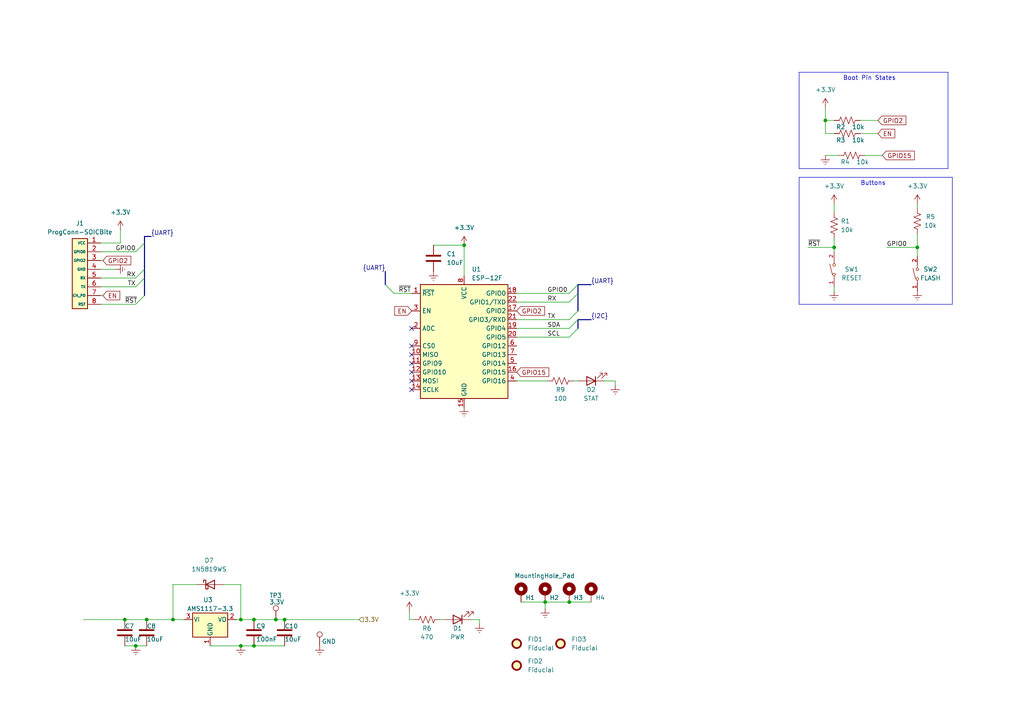
<source format=kicad_sch>
(kicad_sch (version 20230121) (generator eeschema)
  (paper "A4")
  (lib_symbols
    (symbol "C5117870_lib:GT-TC060A-H025-L1" (pin_names hide)
      (property "Reference" "U" (at 0 1.27 0))
      (property "Value" "GT-TC060A-H025-L1" (at 0 -2.54 0))
      (symbol "GT-TC060A-H025-L1_0_1"
        (circle (center -1.524 0) (radius 0.381) (fill (type background)))
        (polyline (pts (xy -2.032 0) (xy -2.54 0)))
        (polyline (pts (xy -1.524 0.508) (xy 1.524 1.27)))
        (polyline (pts (xy 1.778 0) (xy 2.54 0)))
        (circle (center 1.27 0) (radius 0.381) (fill (type background)))
        (pin unspecified line (at -5.08 0 0) (length 2.54) (name "1") (number "1"))
        (pin unspecified line (at 5.08 0 180) (length 2.54) (name "2") (number "2"))
      )
    )
    (symbol "Connector:TestPoint" (pin_numbers hide) (pin_names (offset 0.762) hide)
      (property "Reference" "TP" (at 0 6.858 0))
      (property "Value" "TestPoint" (at 0 5.08 0))
      (symbol "TestPoint_0_1"
        (circle (center 0 3.302) (radius 0.762))
      )
      (symbol "TestPoint_1_1"
        (pin passive line (at 0 0 90) (length 2.54) (name "1") (number "1"))
      )
    )
    (symbol "Device:C" (pin_numbers hide) (pin_names (offset 0.254))
      (property "Reference" "C" (at 0.635 2.54 0))
      (property "Value" "C" (at 0.635 -2.54 0))
      (symbol "C_0_1"
        (polyline (pts (xy -2.032 -0.762) (xy 2.032 -0.762)) (stroke (width 0.508)))
        (polyline (pts (xy -2.032 0.762) (xy 2.032 0.762)) (stroke (width 0.508)))
      )
      (symbol "C_1_1"
        (pin passive line (at 0 3.81 270) (length 2.794) (name "~") (number "1"))
        (pin passive line (at 0 -3.81 90) (length 2.794) (name "~") (number "2"))
      )
    )
    (symbol "Device:D_Schottky" (pin_numbers hide) (pin_names (offset 1.016) hide)
      (property "Reference" "D" (at 0 2.54 0))
      (property "Value" "D_Schottky" (at 0 -2.54 0))
      (symbol "D_Schottky_0_1"
        (polyline (pts (xy 1.27 0) (xy -1.27 0)))
        (polyline (pts (xy 1.27 1.27) (xy 1.27 -1.27) (xy -1.27 0) (xy 1.27 1.27)) (stroke (width 0.254)))
        (polyline (pts (xy -1.905 0.635) (xy -1.905 1.27) (xy -1.27 1.27) (xy -1.27 -1.27) (xy -0.635 -1.27) (xy -0.635 -0.635)) (stroke (width 0.254)))
      )
      (symbol "D_Schottky_1_1"
        (pin passive line (at -3.81 0 0) (length 2.54) (name "K") (number "1"))
        (pin passive line (at 3.81 0 180) (length 2.54) (name "A") (number "2"))
      )
    )
    (symbol "Device:LED" (pin_numbers hide) (pin_names (offset 1.016) hide)
      (property "Reference" "D" (at 0 2.54 0))
      (property "Value" "LED" (at 0 -2.54 0))
      (symbol "LED_0_1"
        (polyline (pts (xy -1.27 -1.27) (xy -1.27 1.27)) (stroke (width 0.254)))
        (polyline (pts (xy -1.27 0) (xy 1.27 0)))
        (polyline (pts (xy 1.27 -1.27) (xy 1.27 1.27) (xy -1.27 0) (xy 1.27 -1.27)) (stroke (width 0.254)))
        (polyline (pts (xy -3.048 -0.762) (xy -4.572 -2.286) (xy -3.81 -2.286) (xy -4.572 -2.286) (xy -4.572 -1.524)))
        (polyline (pts (xy -1.778 -0.762) (xy -3.302 -2.286) (xy -2.54 -2.286) (xy -3.302 -2.286) (xy -3.302 -1.524)))
      )
      (symbol "LED_1_1"
        (pin passive line (at -3.81 0 0) (length 2.54) (name "K") (number "1"))
        (pin passive line (at 3.81 0 180) (length 2.54) (name "A") (number "2"))
      )
    )
    (symbol "Device:R_US" (pin_numbers hide) (pin_names (offset 0))
      (property "Reference" "R" (at 2.54 0 90))
      (property "Value" "R_US" (at -2.54 0 90))
      (symbol "R_US_0_1"
        (polyline (pts (xy 0 -2.286) (xy 0 -2.54)))
        (polyline (pts (xy 0 2.286) (xy 0 2.54)))
        (polyline (pts (xy 0 -0.762) (xy 1.016 -1.143) (xy 0 -1.524) (xy -1.016 -1.905) (xy 0 -2.286)))
        (polyline (pts (xy 0 0.762) (xy 1.016 0.381) (xy 0 0) (xy -1.016 -0.381) (xy 0 -0.762)))
        (polyline (pts (xy 0 2.286) (xy 1.016 1.905) (xy 0 1.524) (xy -1.016 1.143) (xy 0 0.762)))
      )
      (symbol "R_US_1_1"
        (pin passive line (at 0 3.81 270) (length 1.27) (name "~") (number "1"))
        (pin passive line (at 0 -3.81 90) (length 1.27) (name "~") (number "2"))
      )
    )
    (symbol "Earth_1" (power) (pin_names (offset 0) hide)
      (symbol "Earth_1_0_1"
        (polyline (pts (xy -0.635 -1.905) (xy 0.635 -1.905)))
        (polyline (pts (xy -0.127 -2.54) (xy 0.127 -2.54)))
        (polyline (pts (xy 0 -1.27) (xy 0 0)))
        (polyline (pts (xy 1.27 -1.27) (xy -1.27 -1.27)))
      )
      (symbol "Earth_1_1_1"
        (pin power_in line (at 0 0 270) (length 0) hide (name "Earth") (number "1"))
      )
    )
    (symbol "Earth_2" (power) (pin_numbers hide) (pin_names (offset 0) hide)
      (symbol "Earth_2_0_1"
        (polyline (pts (xy -0.635 -1.905) (xy 0.635 -1.905)))
        (polyline (pts (xy -0.127 -2.54) (xy 0.127 -2.54)))
        (polyline (pts (xy 0 -1.27) (xy 0 0)))
        (polyline (pts (xy 1.27 -1.27) (xy -1.27 -1.27)))
      )
      (symbol "Earth_2_1_1"
        (pin power_in line (at 0 0 270) (length 0) hide (name "Earth") (number "1"))
      )
    )
    (symbol "Mechanical:Fiducial"
      (property "Reference" "FID" (at 0 5.08 0))
      (property "Value" "Fiducial" (at 0 3.175 0))
      (symbol "Fiducial_0_1"
        (circle (center 0 0) (radius 1.27) (stroke (width 0.508)) (fill (type background)))
      )
    )
    (symbol "Mechanical:MountingHole_Pad" (pin_numbers hide) (pin_names (offset 1.016) hide)
      (property "Reference" "H" (at 0 6.35 0))
      (property "Value" "MountingHole_Pad" (at 0 4.445 0))
      (symbol "MountingHole_Pad_0_1"
        (circle (center 0 1.27) (radius 1.27) (stroke (width 1.27)))
      )
      (symbol "MountingHole_Pad_1_1"
        (pin input line (at 0 -2.54 90) (length 2.54) (name "1") (number "1"))
      )
    )
    (symbol "RF_Module:ESP-12F"
      (property "Reference" "U" (at -12.7 19.05 0))
      (property "Value" "ESP-12F" (at 12.7 19.05 0))
      (symbol "ESP-12F_0_1"
        (rectangle (start -12.7 17.78) (end 12.7 -15.24) (stroke (width 0.254)) (fill (type background)))
      )
      (symbol "ESP-12F_1_1"
        (pin input line (at -15.24 15.24 0) (length 2.54) (name "~{RST}") (number "1"))
        (pin bidirectional line (at -15.24 -2.54 0) (length 2.54) (name "MISO") (number "10"))
        (pin bidirectional line (at -15.24 -5.08 0) (length 2.54) (name "GPIO9") (number "11"))
        (pin bidirectional line (at -15.24 -7.62 0) (length 2.54) (name "GPIO10") (number "12"))
        (pin bidirectional line (at -15.24 -10.16 0) (length 2.54) (name "MOSI") (number "13"))
        (pin bidirectional line (at -15.24 -12.7 0) (length 2.54) (name "SCLK") (number "14"))
        (pin power_in line (at 0 -17.78 90) (length 2.54) (name "GND") (number "15"))
        (pin bidirectional line (at 15.24 -7.62 180) (length 2.54) (name "GPIO15") (number "16"))
        (pin bidirectional line (at 15.24 10.16 180) (length 2.54) (name "GPIO2") (number "17"))
        (pin bidirectional line (at 15.24 15.24 180) (length 2.54) (name "GPIO0") (number "18"))
        (pin bidirectional line (at 15.24 5.08 180) (length 2.54) (name "GPIO4") (number "19"))
        (pin input line (at -15.24 5.08 0) (length 2.54) (name "ADC") (number "2"))
        (pin bidirectional line (at 15.24 2.54 180) (length 2.54) (name "GPIO5") (number "20"))
        (pin bidirectional line (at 15.24 7.62 180) (length 2.54) (name "GPIO3/RXD") (number "21"))
        (pin bidirectional line (at 15.24 12.7 180) (length 2.54) (name "GPIO1/TXD") (number "22"))
        (pin input line (at -15.24 10.16 0) (length 2.54) (name "EN") (number "3"))
        (pin bidirectional line (at 15.24 -10.16 180) (length 2.54) (name "GPIO16") (number "4"))
        (pin bidirectional line (at 15.24 -5.08 180) (length 2.54) (name "GPIO14") (number "5"))
        (pin bidirectional line (at 15.24 0 180) (length 2.54) (name "GPIO12") (number "6"))
        (pin bidirectional line (at 15.24 -2.54 180) (length 2.54) (name "GPIO13") (number "7"))
        (pin power_in line (at 0 20.32 270) (length 2.54) (name "VCC") (number "8"))
        (pin input line (at -15.24 0 0) (length 2.54) (name "CS0") (number "9"))
      )
    )
    (symbol "Regulator_Linear:AMS1117-3.3" (pin_names (offset 0.254))
      (property "Reference" "U" (at -3.81 3.175 0))
      (property "Value" "AMS1117-3.3" (at 0 3.175 0))
      (symbol "AMS1117-3.3_0_1"
        (rectangle (start -5.08 -5.08) (end 5.08 1.905) (stroke (width 0.254)) (fill (type background)))
      )
      (symbol "AMS1117-3.3_1_1"
        (pin power_in line (at 0 -7.62 90) (length 2.54) (name "GND") (number "1"))
        (pin power_out line (at 7.62 0 180) (length 2.54) (name "VO") (number "2"))
        (pin power_in line (at -7.62 0 0) (length 2.54) (name "VI") (number "3"))
      )
    )
    (symbol "jmux-kicadlib:SOICbite-ESP8266" (in_bom no)
      (property "Reference" "J" (at -8.255 -1.905 0))
      (property "Value" "ProgConn-SOICBite" (at -7.62 0.635 0))
      (symbol "SOICbite-ESP8266_1_1"
        (rectangle (start -10.795 22.86) (end -6.35 2.54) (stroke (width 0.254)) (fill (type background)))
        (pin passive line (at -2.54 21.59 180) (length 3.81) (name "VCC") (number "1"))
        (pin passive line (at -2.54 19.05 180) (length 3.81) (name "GPIO0") (number "2"))
        (pin passive line (at -2.54 16.51 180) (length 3.81) (name "GPIO2") (number "3"))
        (pin passive line (at -2.54 13.97 180) (length 3.81) (name "GND") (number "4"))
        (pin passive line (at -2.54 11.43 180) (length 3.81) (name "RX") (number "5"))
        (pin passive line (at -2.54 8.89 180) (length 3.81) (name "TX") (number "6"))
        (pin passive line (at -2.54 6.35 180) (length 3.81) (name "CH_PD") (number "7"))
        (pin passive line (at -2.54 3.81 180) (length 3.81) (name "RST") (number "8"))
      )
    )
    (symbol "power:+3.3V" (power) (pin_names (offset 0))
      (property "Value" "+3.3V" (at 0 3.556 0))
      (symbol "+3.3V_0_1"
        (polyline (pts (xy -0.762 1.27) (xy 0 2.54)))
        (polyline (pts (xy 0 0) (xy 0 2.54)))
        (polyline (pts (xy 0 2.54) (xy 0.762 1.27)))
      )
      (symbol "+3.3V_1_1"
        (pin power_in line (at 0 0 90) (length 0) hide (name "+3.3V") (number "1"))
      )
    )
    (symbol "power:Earth" (power) (pin_names (offset 0))
      (symbol "Earth_0_1"
        (polyline (pts (xy -0.635 -1.905) (xy 0.635 -1.905)))
        (polyline (pts (xy -0.127 -2.54) (xy 0.127 -2.54)))
        (polyline (pts (xy 0 -1.27) (xy 0 0)))
        (polyline (pts (xy 1.27 -1.27) (xy -1.27 -1.27)))
      )
      (symbol "Earth_1_1"
        (pin power_in line (at 0 0 270) (length 0) hide (name "Earth") (number "1"))
      )
    )
  )
  (junction (at 39.37 187.325))
  (junction (at 158.115 174.625))
  (junction (at 239.395 34.925))
  (junction (at 69.85 187.325))
  (junction (at 134.62 71.12))
  (junction (at 165.1 174.625))
  (junction (at 266.065 71.755))
  (junction (at 80.01 179.705))
  (junction (at 36.195 179.705))
  (junction (at 42.545 179.705))
  (junction (at 73.66 179.705))
  (junction (at 69.85 179.705))
  (junction (at 82.55 179.705))
  (junction (at 241.935 71.755))
  (junction (at 73.66 187.325))
  (junction (at 50.165 179.705))
  (no_connect (at 119.38 95.25))
  (no_connect (at 119.38 102.87))
  (no_connect (at 119.38 105.41))
  (no_connect (at 119.38 100.33))
  (no_connect (at 119.38 107.95))
  (no_connect (at 119.38 113.03))
  (no_connect (at 119.38 110.49))
  (bus_entry (at 165.1 85.09) (size 2.54 -2.54))
  (bus_entry (at 165.1 92.71) (size 2.54 -2.54))
  (bus_entry (at 114.3 85.09) (size -2.54 -2.54))
  (bus_entry (at 39.37 80.645) (size 2.54 -2.54))
  (bus_entry (at 39.37 83.185) (size 2.54 -2.54))
  (bus_entry (at 165.1 87.63) (size 2.54 -2.54))
  (bus_entry (at 39.37 73.025) (size 2.54 -2.54))
  (bus_entry (at 39.37 88.265) (size 2.54 -2.54))
  (bus_entry (at 165.1 97.79) (size 2.54 -2.54))
  (bus_entry (at 165.1 95.25) (size 2.54 -2.54))
  (wire (pts (xy 241.935 83.185) (xy 241.935 84.455)))
  (wire (pts (xy 69.85 179.705) (xy 73.66 179.705)))
  (wire (pts (xy 134.62 71.12) (xy 134.62 80.01)))
  (wire (pts (xy 73.66 187.325) (xy 82.55 187.325)))
  (bus (pts (xy 41.91 70.485) (xy 41.91 78.105)))
  (wire (pts (xy 64.77 169.545) (xy 69.85 169.545)))
  (wire (pts (xy 239.395 34.925) (xy 241.935 34.925)))
  (wire (pts (xy 249.555 34.925) (xy 254.635 34.925)))
  (wire (pts (xy 36.195 187.325) (xy 39.37 187.325)))
  (wire (pts (xy 149.86 97.79) (xy 165.1 97.79)))
  (bus (pts (xy 41.91 80.645) (xy 41.91 85.725)))
  (polyline (pts (xy 274.955 48.895) (xy 274.955 20.955)))
  (wire (pts (xy 118.745 179.705) (xy 120.015 179.705)))
  (bus (pts (xy 111.76 82.55) (xy 111.76 78.74)))
  (wire (pts (xy 125.73 71.12) (xy 134.62 71.12)))
  (bus (pts (xy 167.64 95.25) (xy 167.64 92.71)))
  (wire (pts (xy 257.175 71.755) (xy 266.065 71.755)))
  (wire (pts (xy 234.315 71.755) (xy 241.935 71.755)))
  (wire (pts (xy 266.065 67.945) (xy 266.065 71.755)))
  (wire (pts (xy 29.21 88.265) (xy 39.37 88.265)))
  (wire (pts (xy 69.85 187.325) (xy 73.66 187.325)))
  (wire (pts (xy 60.96 187.325) (xy 69.85 187.325)))
  (wire (pts (xy 57.15 169.545) (xy 50.165 169.545)))
  (wire (pts (xy 241.935 71.755) (xy 241.935 73.025)))
  (wire (pts (xy 249.555 38.735) (xy 254.635 38.735)))
  (wire (pts (xy 239.395 34.925) (xy 239.395 38.735)))
  (wire (pts (xy 241.935 59.055) (xy 241.935 61.595)))
  (bus (pts (xy 167.64 92.71) (xy 171.45 92.71)))
  (polyline (pts (xy 231.775 51.435) (xy 276.225 51.435)))
  (wire (pts (xy 29.21 80.645) (xy 39.37 80.645)))
  (polyline (pts (xy 276.225 88.265) (xy 276.225 51.435)))
  (wire (pts (xy 34.925 70.485) (xy 29.21 70.485)))
  (wire (pts (xy 178.435 110.49) (xy 175.26 110.49)))
  (wire (pts (xy 118.745 177.165) (xy 118.745 179.705)))
  (wire (pts (xy 178.435 111.76) (xy 178.435 110.49)))
  (wire (pts (xy 80.01 179.705) (xy 82.55 179.705)))
  (wire (pts (xy 42.545 179.705) (xy 36.195 179.705)))
  (bus (pts (xy 41.91 68.58) (xy 41.91 70.485)))
  (wire (pts (xy 149.86 110.49) (xy 158.75 110.49)))
  (wire (pts (xy 42.545 179.705) (xy 50.165 179.705)))
  (wire (pts (xy 158.115 174.625) (xy 165.1 174.625)))
  (wire (pts (xy 266.065 71.755) (xy 266.065 74.295)))
  (wire (pts (xy 151.13 174.625) (xy 158.115 174.625)))
  (wire (pts (xy 50.165 169.545) (xy 50.165 179.705)))
  (wire (pts (xy 29.21 85.725) (xy 29.845 85.725)))
  (wire (pts (xy 149.86 87.63) (xy 165.1 87.63)))
  (bus (pts (xy 41.91 68.58) (xy 43.815 68.58)))
  (wire (pts (xy 29.21 75.565) (xy 29.845 75.565)))
  (polyline (pts (xy 231.775 88.265) (xy 276.225 88.265)))
  (wire (pts (xy 149.86 85.09) (xy 165.1 85.09)))
  (wire (pts (xy 241.935 69.215) (xy 241.935 71.755)))
  (bus (pts (xy 167.64 85.09) (xy 167.64 90.17)))
  (wire (pts (xy 266.065 60.325) (xy 266.065 59.055)))
  (polyline (pts (xy 231.775 51.435) (xy 231.775 88.265)))
  (wire (pts (xy 166.37 110.49) (xy 167.64 110.49)))
  (polyline (pts (xy 231.775 48.895) (xy 274.955 48.895)))
  (wire (pts (xy 127.635 179.705) (xy 128.905 179.705)))
  (wire (pts (xy 239.395 31.115) (xy 239.395 34.925)))
  (wire (pts (xy 104.14 179.705) (xy 82.55 179.705)))
  (wire (pts (xy 29.21 78.105) (xy 33.655 78.105)))
  (wire (pts (xy 250.825 45.085) (xy 255.905 45.085)))
  (wire (pts (xy 24.13 179.705) (xy 36.195 179.705)))
  (wire (pts (xy 50.165 179.705) (xy 53.34 179.705)))
  (polyline (pts (xy 231.775 20.955) (xy 231.775 48.895)))
  (wire (pts (xy 149.86 95.25) (xy 165.1 95.25)))
  (wire (pts (xy 68.58 179.705) (xy 69.85 179.705)))
  (wire (pts (xy 29.21 83.185) (xy 39.37 83.185)))
  (wire (pts (xy 239.395 38.735) (xy 241.935 38.735)))
  (wire (pts (xy 165.1 174.625) (xy 171.45 174.625)))
  (wire (pts (xy 158.115 174.625) (xy 158.115 176.53)))
  (wire (pts (xy 239.395 45.085) (xy 243.205 45.085)))
  (wire (pts (xy 69.85 169.545) (xy 69.85 179.705)))
  (bus (pts (xy 41.91 78.105) (xy 41.91 80.645)))
  (wire (pts (xy 29.21 73.025) (xy 39.37 73.025)))
  (bus (pts (xy 167.64 82.55) (xy 171.45 82.55)))
  (polyline (pts (xy 274.955 20.955) (xy 231.775 20.955)))
  (bus (pts (xy 167.64 85.09) (xy 167.64 82.55)))
  (wire (pts (xy 139.065 179.705) (xy 136.525 179.705)))
  (wire (pts (xy 119.38 85.09) (xy 114.3 85.09)))
  (wire (pts (xy 39.37 187.325) (xy 42.545 187.325)))
  (wire (pts (xy 34.925 66.675) (xy 34.925 70.485)))
  (wire (pts (xy 73.66 179.705) (xy 80.01 179.705)))
  (wire (pts (xy 149.86 92.71) (xy 165.1 92.71)))
  (wire (pts (xy 139.065 179.705) (xy 139.065 180.975)))
  (text "Buttons\n" (at 249.555 53.975 0) (effects (font (size 1.27 1.27)) (justify left bottom)))
  (text "Boot Pin States" (at 244.475 23.495 0) (effects (font (size 1.27 1.27)) (justify left bottom)))
  (label "GPIO0" (at 39.37 73.025 180))
  (label "TX" (at 158.75 92.71 0))
  (label "GPIO0" (at 257.175 71.755 0))
  (label "RX" (at 158.75 87.63 0))
  (label "RX" (at 39.37 80.645 180))
  (label "SDA" (at 158.75 95.25 0))
  (label "~{RST}" (at 36.195 88.265 0))
  (label "{UART}" (at 43.815 68.58 0))
  (label "TX" (at 39.37 83.185 180))
  (label "{UART}" (at 111.76 78.74 180))
  (label "~{RST}" (at 115.57 85.09 0))
  (label "SCL" (at 158.75 97.79 0))
  (label "{I2C}" (at 171.45 92.71 0))
  (label "~{RST}" (at 234.315 71.755 0))
  (label "GPIO0" (at 158.75 85.09 0))
  (label "{UART}" (at 171.45 82.55 0))
  (global_label "GPIO2" (shape input) (at 149.86 90.17 0) (property "Intersheetrefs" "${INTERSHEET_REFS}" (effects hide)))
  (global_label "GPIO2" (shape input) (at 29.845 75.565 0) (property "Intersheetrefs" "${INTERSHEET_REFS}" (effects hide)))
  (global_label "GPIO15" (shape input) (at 255.905 45.085 0) (property "Intersheetrefs" "${INTERSHEET_REFS}" (effects hide)))
  (global_label "GPIO15" (shape input) (at 149.86 107.95 0) (property "Intersheetrefs" "${INTERSHEET_REFS}" (effects hide)))
  (global_label "EN" (shape input) (at 119.38 90.17 180) (property "Intersheetrefs" "${INTERSHEET_REFS}" (effects hide)))
  (global_label "GPIO2" (shape input) (at 254.635 34.925 0) (property "Intersheetrefs" "${INTERSHEET_REFS}" (effects hide)))
  (global_label "EN" (shape input) (at 254.635 38.735 0) (property "Intersheetrefs" "${INTERSHEET_REFS}" (effects hide)))
  (global_label "EN" (shape input) (at 29.845 85.725 0) (property "Intersheetrefs" "${INTERSHEET_REFS}" (effects hide)))
  (hierarchical_label "3.3V" (shape input) (at 104.14 179.705 0))
  (symbol (lib_id "power:Earth") (at 39.37 187.325 0) (unit 1)
    (property "Reference" "#PWR024" (effects hide))
    (property "Value" "Earth" (effects hide))
  )
  (symbol (lib_name "Earth_2") (lib_id "power:Earth") (at 158.115 176.53 0) (unit 1)
    (property "Reference" "#PWR023" (effects hide))
    (property "Value" "Earth" (effects hide))
  )
  (symbol (lib_id "power:+3.3V") (at 118.745 177.165 0) (unit 1)
    (property "Reference" "#PWR07" (effects hide))
    (property "Value" "+3.3V" (at 118.745 172.085 0))
  )
  (symbol (lib_id "Mechanical:MountingHole_Pad") (at 151.13 172.085 0) (unit 1) (in_bom no)
    (property "Reference" "H1" (at 152.4 173.355 0) (effects (justify left)))
    (property "Value" "MountingHole_Pad" (at 149.225 167.005 0) (effects (justify left)))
    (property "Footprint" "MountingHole:MountingHole_3.2mm_M3_Pad_Via" (effects hide))
  )
  (symbol (lib_id "power:+3.3V") (at 239.395 31.115 0) (unit 1)
    (property "Reference" "#PWR01" (effects hide))
    (property "Value" "+3.3V" (at 239.395 26.035 0))
  )
  (symbol (lib_id "power:Earth") (at 241.935 84.455 0) (unit 1)
    (property "Reference" "#PWR04" (effects hide))
    (property "Value" "Earth" (effects hide))
  )
  (symbol (lib_id "Mechanical:Fiducial") (at 162.56 186.69 0) (unit 1) (in_bom no)
    (property "Reference" "FID3" (at 165.735 185.4199 0) (effects (justify left)))
    (property "Value" "Fiducial" (at 165.735 187.9599 0) (effects (justify left)))
    (property "Footprint" "Fiducial:Fiducial_0.5mm_Mask1mm" (effects hide))
  )
  (symbol (lib_id "Device:C") (at 36.195 183.515 0) (unit 1)
    (property "Reference" "C7" (at 36.195 181.61 0) (effects (justify left)))
    (property "Value" "10uF" (at 36.195 185.42 0) (effects (justify left)))
    (property "Footprint" "Capacitor_SMD:C_0805_2012Metric_Pad1.18x1.45mm_HandSolder" (effects hide))
    (property "Vendor" "https://www.lcsc.com/product-detail/Multilayer-Ceramic-Capacitors-MLCC-SMD-SMT_Murata-Electronics-GRM21BR61C106KE15L_C77075.html" (effects hide))
    (property "LCSC" "C15850" (effects hide))
  )
  (symbol (lib_id "power:+3.3V") (at 266.065 59.055 0) (unit 1)
    (property "Reference" "#PWR05" (effects hide))
    (property "Value" "+3.3V" (at 266.065 53.975 0))
  )
  (symbol (lib_id "power:Earth") (at 33.655 78.105 90) (unit 1)
    (property "Reference" "#PWR010" (effects hide))
    (property "Value" "Earth" (effects hide))
  )
  (symbol (lib_id "Connector:TestPoint") (at 80.01 179.705 0) (unit 1) (in_bom no)
    (property "Reference" "TP3" (at 78.105 172.72 0) (effects (justify left)))
    (property "Value" "3.3V" (at 78.105 174.625 0) (effects (justify left)))
    (property "Footprint" "TestPoint:TestPoint_Pad_D2.0mm" (effects hide))
  )
  (symbol (lib_id "Device:LED") (at 171.45 110.49 180) (unit 1)
    (property "Reference" "D2" (at 171.45 113.03 0))
    (property "Value" "STAT" (at 171.45 115.57 0))
    (property "Footprint" "LED_SMD:LED_0805_2012Metric_Pad1.15x1.40mm_HandSolder" (effects hide))
    (property "Vendor" "https://www.lcsc.com/product-detail/Light-Emitting-Diodes-LED_Foshan-NationStar-Optoelectronics-NCD1206B1_C130717.html" (effects hide))
    (property "LCSC" "C84256" (effects hide))
  )
  (symbol (lib_id "power:+3.3V") (at 241.935 59.055 0) (unit 1)
    (property "Reference" "#PWR03" (effects hide))
    (property "Value" "+3.3V" (at 241.935 53.975 0))
  )
  (symbol (lib_name "Earth_1") (lib_id "power:Earth") (at 92.71 187.325 0) (unit 1)
    (property "Reference" "#PWR022" (effects hide))
    (property "Value" "Earth" (effects hide))
  )
  (symbol (lib_id "power:Earth") (at 266.065 84.455 0) (unit 1)
    (property "Reference" "#PWR06" (effects hide))
    (property "Value" "Earth" (effects hide))
  )
  (symbol (lib_id "power:Earth") (at 239.395 45.085 0) (unit 1)
    (property "Reference" "#PWR02" (effects hide))
    (property "Value" "Earth" (effects hide))
  )
  (symbol (lib_id "power:Earth") (at 134.62 118.11 0) (unit 1)
    (property "Reference" "#PWR019" (effects hide))
    (property "Value" "Earth" (effects hide))
  )
  (symbol (lib_id "power:Earth") (at 69.85 187.325 0) (unit 1)
    (property "Reference" "#PWR014" (effects hide))
    (property "Value" "Earth" (effects hide))
  )
  (symbol (lib_id "Device:R_US") (at 266.065 64.135 180) (unit 1)
    (property "Reference" "R5" (at 269.875 62.865 0))
    (property "Value" "10k" (at 269.875 65.405 0))
    (property "Footprint" "Resistor_SMD:R_0805_2012Metric_Pad1.20x1.40mm_HandSolder" (effects hide))
    (property "Vendor" "https://www.lcsc.com/product-detail/Chip-Resistor-Surface-Mount_FOJAN-FRQ0805F1002TS_C5159708.html" (effects hide))
    (property "LCSC" "C17414" (effects hide))
  )
  (symbol (lib_id "power:+3.3V") (at 134.62 71.12 0) (unit 1)
    (property "Reference" "#PWR018" (effects hide))
    (property "Value" "+3.3V" (at 134.62 66.04 0))
  )
  (symbol (lib_id "Connector:TestPoint") (at 92.71 187.325 0) (unit 1) (in_bom no)
    (property "Reference" "TP4" (effects hide))
    (property "Value" "GND" (at 93.345 186.055 0) (effects (justify left)))
    (property "Footprint" "TestPoint:TestPoint_Pad_D2.0mm" (effects hide))
  )
  (symbol (lib_id "C5117870_lib:GT-TC060A-H025-L1") (at 241.935 78.105 90) (unit 1)
    (property "Reference" "SW1" (at 247.015 78.105 90))
    (property "Value" "RESET" (at 247.015 80.645 90))
    (property "Footprint" "Button_Switch_SMD:SW_SPST_TL3342" (effects hide))
    (property "LCSC" "C318884" (effects hide))
    (property "Vendor" "https://www.lcsc.com/product-detail/Tactile-Switches_G-Switch-GT-TC060A-H025-L1_C5117870.html" (effects hide))
  )
  (symbol (lib_id "power:Earth") (at 125.73 78.74 0) (unit 1)
    (property "Reference" "#PWR017" (effects hide))
    (property "Value" "Earth" (effects hide))
  )
  (symbol (lib_id "Device:C") (at 82.55 183.515 0) (unit 1)
    (property "Reference" "C10" (at 82.55 181.61 0) (effects (justify left)))
    (property "Value" "10uF" (at 82.55 185.42 0) (effects (justify left)))
    (property "Footprint" "Capacitor_SMD:C_0805_2012Metric_Pad1.18x1.45mm_HandSolder" (effects hide))
    (property "Vendor" "https://www.lcsc.com/product-detail/Multilayer-Ceramic-Capacitors-MLCC-SMD-SMT_Murata-Electronics-GRM21BR61C106KE15L_C77075.html" (effects hide))
    (property "LCSC" "C15850" (effects hide))
  )
  (symbol (lib_id "power:Earth") (at 178.435 111.76 0) (mirror y) (unit 1)
    (property "Reference" "#PWR021" (effects hide))
    (property "Value" "Earth" (effects hide))
  )
  (symbol (lib_id "Device:R_US") (at 245.745 34.925 90) (unit 1)
    (property "Reference" "R2" (at 243.84 36.83 90))
    (property "Value" "10k" (at 248.92 36.83 90))
    (property "Footprint" "Resistor_SMD:R_0805_2012Metric_Pad1.20x1.40mm_HandSolder" (effects hide))
    (property "Vendor" "https://www.lcsc.com/product-detail/Chip-Resistor-Surface-Mount_FOJAN-FRQ0805F1002TS_C5159708.html" (effects hide))
    (property "LCSC" "C17414" (effects hide))
  )
  (symbol (lib_id "Device:R_US") (at 245.745 38.735 90) (unit 1)
    (property "Reference" "R3" (at 243.84 40.64 90))
    (property "Value" "10k" (at 248.92 40.64 90))
    (property "Footprint" "Resistor_SMD:R_0805_2012Metric_Pad1.20x1.40mm_HandSolder" (effects hide))
    (property "Vendor" "https://www.lcsc.com/product-detail/Chip-Resistor-Surface-Mount_FOJAN-FRQ0805F1002TS_C5159708.html" (effects hide))
    (property "LCSC" "C17414" (effects hide))
  )
  (symbol (lib_id "Device:C") (at 42.545 183.515 0) (unit 1)
    (property "Reference" "C8" (at 42.545 181.61 0) (effects (justify left)))
    (property "Value" "10uF" (at 42.545 185.42 0) (effects (justify left)))
    (property "Footprint" "Capacitor_SMD:C_0805_2012Metric_Pad1.18x1.45mm_HandSolder" (effects hide))
    (property "Vendor" "https://www.lcsc.com/product-detail/Multilayer-Ceramic-Capacitors-MLCC-SMD-SMT_Murata-Electronics-GRM21BR61C106KE15L_C77075.html" (effects hide))
    (property "LCSC" "C15850" (effects hide))
  )
  (symbol (lib_id "power:+3.3V") (at 34.925 66.675 0) (unit 1)
    (property "Reference" "#PWR09" (effects hide))
    (property "Value" "+3.3V" (at 34.925 61.595 0))
  )
  (symbol (lib_id "Mechanical:MountingHole_Pad") (at 158.115 172.085 0) (unit 1) (in_bom no)
    (property "Reference" "H2" (at 159.385 173.355 0) (effects (justify left)))
    (property "Value" "MountingHole_Pad" (effects hide))
    (property "Footprint" "MountingHole:MountingHole_3.2mm_M3_Pad_Via" (effects hide))
  )
  (symbol (lib_id "Mechanical:Fiducial") (at 149.86 193.04 0) (unit 1) (in_bom no)
    (property "Reference" "FID2" (at 153.035 191.7699 0) (effects (justify left)))
    (property "Value" "Fiducial" (at 153.035 194.3099 0) (effects (justify left)))
    (property "Footprint" "Fiducial:Fiducial_0.5mm_Mask1mm" (effects hide))
  )
  (symbol (lib_id "C5117870_lib:GT-TC060A-H025-L1") (at 266.065 79.375 90) (unit 1)
    (property "Reference" "SW2" (at 269.875 78.105 90))
    (property "Value" "FLASH" (at 269.875 80.645 90))
    (property "Footprint" "Button_Switch_SMD:SW_SPST_TL3342" (effects hide))
    (property "LCSC" "C318884" (effects hide))
    (property "Vendor" "https://www.lcsc.com/product-detail/Tactile-Switches_G-Switch-GT-TC060A-H025-L1_C5117870.html" (effects hide))
  )
  (symbol (lib_id "Mechanical:MountingHole_Pad") (at 171.45 172.085 0) (unit 1) (in_bom no)
    (property "Reference" "H4" (at 172.72 173.355 0) (effects (justify left)))
    (property "Value" "MountingHole_Pad" (effects hide))
    (property "Footprint" "MountingHole:MountingHole_3.2mm_M3_Pad_Via" (effects hide))
  )
  (symbol (lib_id "Mechanical:Fiducial") (at 149.86 186.69 0) (unit 1) (in_bom no)
    (property "Reference" "FID1" (at 153.035 185.4199 0) (effects (justify left)))
    (property "Value" "Fiducial" (at 153.035 187.9599 0) (effects (justify left)))
    (property "Footprint" "Fiducial:Fiducial_0.5mm_Mask1mm" (effects hide))
  )
  (symbol (lib_id "Regulator_Linear:AMS1117-3.3") (at 60.96 179.705 0) (unit 1)
    (property "Reference" "U3" (at 60.325 173.99 0))
    (property "Value" "AMS1117-3.3" (at 60.96 176.53 0))
    (property "Footprint" "Package_TO_SOT_SMD:SOT-223-3_TabPin2" (effects hide))
    (property "Datasheet" "http://www.advanced-monolithic.com/pdf/ds1117.pdf" (effects hide))
    (property "Vendor" "https://www.lcsc.com/product-detail/Linear-span-style-background-color-ff0-Voltage-span-Regulators-LDO_UMW-Youtai-Semiconductor-Co-Ltd-AMS1117-3-3_C347222.html" (effects hide))
    (property "LCSC" "C6186" (effects hide))
  )
  (symbol (lib_id "Device:R_US") (at 162.56 110.49 270) (unit 1)
    (property "Reference" "R9" (at 162.56 113.03 90))
    (property "Value" "100" (at 162.56 115.57 90))
    (property "Footprint" "Resistor_SMD:R_0805_2012Metric_Pad1.20x1.40mm_HandSolder" (effects hide))
    (property "Vendor" "https://www.lcsc.com/product-detail/Chip-Resistor-Surface-Mount_VO-0805-5-470_C2889528.html" (effects hide))
    (property "LCSC" "C17408" (effects hide))
  )
  (symbol (lib_id "Mechanical:MountingHole_Pad") (at 165.1 172.085 0) (unit 1) (in_bom no)
    (property "Reference" "H3" (at 166.37 173.355 0) (effects (justify left)))
    (property "Value" "MountingHole_Pad" (effects hide))
    (property "Footprint" "MountingHole:MountingHole_3.2mm_M3_Pad_Via" (effects hide))
  )
  (symbol (lib_id "Device:R_US") (at 241.935 65.405 0) (unit 1)
    (property "Reference" "R1" (at 243.84 64.1349 0) (effects (justify left)))
    (property "Value" "10k" (at 243.84 66.6749 0) (effects (justify left)))
    (property "Footprint" "Resistor_SMD:R_0805_2012Metric_Pad1.20x1.40mm_HandSolder" (effects hide))
    (property "Vendor" "https://www.lcsc.com/product-detail/Chip-Resistor-Surface-Mount_FOJAN-FRQ0805F1002TS_C5159708.html" (effects hide))
    (property "LCSC" "C17414" (effects hide))
  )
  (symbol (lib_id "power:Earth") (at 139.065 180.975 0) (mirror y) (unit 1)
    (property "Reference" "#PWR08" (effects hide))
    (property "Value" "Earth" (effects hide))
  )
  (symbol (lib_id "Device:C") (at 73.66 183.515 0) (unit 1)
    (property "Reference" "C9" (at 74.295 181.61 0) (effects (justify left)))
    (property "Value" "100nF" (at 74.295 185.42 0) (effects (justify left)))
    (property "Footprint" "Capacitor_SMD:C_0805_2012Metric_Pad1.18x1.45mm_HandSolder" (effects hide))
    (property "Vendor" "https://www.lcsc.com/product-detail/Multilayer-Ceramic-Capacitors-MLCC-SMD-SMT_FH-Guangdong-Fenghua-Advanced-Tech-0805B104K500NT_C38141.html" (effects hide))
    (property "LCSC" "C49678" (effects hide))
  )
  (symbol (lib_id "RF_Module:ESP-12F") (at 134.62 100.33 0) (unit 1)
    (property "Reference" "U1" (at 136.8141 78.105 0) (effects (justify left)))
    (property "Value" "ESP-12F" (at 136.8141 80.645 0) (effects (justify left)))
    (property "Footprint" "RF_Module:ESP-12E" (effects hide))
    (property "Datasheet" "http://wiki.ai-thinker.com/_media/esp8266/esp8266_series_modules_user_manual_v1.1.pdf" (effects hide))
  )
  (symbol (lib_id "Device:R_US") (at 247.015 45.085 90) (unit 1)
    (property "Reference" "R4" (at 245.11 46.99 90))
    (property "Value" "10k" (at 250.19 46.99 90))
    (property "Footprint" "Resistor_SMD:R_0805_2012Metric_Pad1.20x1.40mm_HandSolder" (effects hide))
    (property "Vendor" "https://www.lcsc.com/product-detail/Chip-Resistor-Surface-Mount_FOJAN-FRQ0805F1002TS_C5159708.html" (effects hide))
    (property "LCSC" "C17414" (effects hide))
  )
  (symbol (lib_id "Device:LED") (at 132.715 179.705 180) (unit 1)
    (property "Reference" "D1" (at 132.715 182.245 0))
    (property "Value" "PWR" (at 132.715 184.785 0))
    (property "Footprint" "LED_SMD:LED_0805_2012Metric_Pad1.15x1.40mm_HandSolder" (effects hide))
    (property "Vendor" "https://www.lcsc.com/product-detail/Light-Emitting-Diodes-LED_Foshan-NationStar-Optoelectronics-NCD1206B1_C130717.html" (effects hide))
    (property "LCSC" "C84256" (effects hide))
  )
  (symbol (lib_id "Device:C") (at 125.73 74.93 0) (unit 1)
    (property "Reference" "C1" (at 129.54 73.6599 0) (effects (justify left)))
    (property "Value" "10uF" (at 129.54 76.1999 0) (effects (justify left)))
    (property "Footprint" "Capacitor_SMD:C_0805_2012Metric_Pad1.18x1.45mm_HandSolder" (effects hide))
    (property "Vendor" "https://www.lcsc.com/product-detail/Multilayer-Ceramic-Capacitors-MLCC-SMD-SMT_Murata-Electronics-GRM21BR61C106KE15L_C77075.html" (effects hide))
    (property "LCSC" "C15850" (effects hide))
  )
  (symbol (lib_id "Device:R_US") (at 123.825 179.705 270) (unit 1)
    (property "Reference" "R6" (at 123.825 182.245 90))
    (property "Value" "470" (at 123.825 184.785 90))
    (property "Footprint" "Resistor_SMD:R_0805_2012Metric_Pad1.20x1.40mm_HandSolder" (effects hide))
    (property "Vendor" "https://www.lcsc.com/product-detail/Chip-Resistor-Surface-Mount_VO-0805-5-470_C2889528.html" (effects hide))
    (property "LCSC" "C17710" (effects hide))
  )
  (symbol (lib_id "Device:D_Schottky") (at 60.96 169.545 0) (unit 1)
    (property "Reference" "D7" (at 60.6425 162.56 0))
    (property "Value" "1N5819WS" (at 60.6425 165.1 0))
    (property "Footprint" "Diode_SMD:D_SOD-323_HandSoldering" (effects hide))
    (property "LCSC" "C191023" (effects hide))
  )
  (symbol (lib_id "jmux-kicadlib:SOICbite-ESP8266") (at 31.75 92.075 0) (unit 1) (in_bom no)
    (property "Reference" "J1" (at 23.1775 64.77 0))
    (property "Value" "ProgConn-SOICBite" (at 23.1775 67.31 0))
    (property "Footprint" "jmux-footprints:SOIC_clipProgESP8266" (effects hide))
  )
)
</source>
